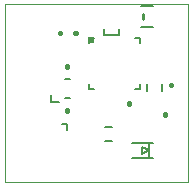
<source format=gto>
G75*
%MOIN*%
%OFA0B0*%
%FSLAX25Y25*%
%IPPOS*%
%LPD*%
%AMOC8*
5,1,8,0,0,1.08239X$1,22.5*
%
%ADD10C,0.00000*%
%ADD11C,0.00600*%
%ADD12R,0.01969X0.01969*%
%ADD13C,0.00500*%
%ADD14C,0.00787*%
%ADD15C,0.00800*%
%ADD16C,0.00984*%
%ADD17C,0.01600*%
D10*
X0034486Y0027830D02*
X0034486Y0086885D01*
X0095509Y0086885D01*
X0095509Y0027830D01*
X0034486Y0027830D01*
D11*
X0067950Y0041216D02*
X0070313Y0041216D01*
X0070313Y0045940D02*
X0067950Y0045940D01*
X0064400Y0058600D02*
X0062500Y0058600D01*
X0062500Y0060500D01*
X0077800Y0058600D02*
X0079700Y0058600D01*
X0079700Y0060500D01*
X0082124Y0060507D02*
X0082124Y0058145D01*
X0086848Y0058145D02*
X0086848Y0060507D01*
X0079700Y0073900D02*
X0079700Y0075800D01*
X0077800Y0075800D01*
X0064400Y0075800D02*
X0062500Y0075800D01*
X0062500Y0073900D01*
D12*
X0063423Y0074877D03*
D13*
X0056159Y0062082D02*
X0054545Y0062082D01*
X0054545Y0055783D02*
X0056159Y0055783D01*
X0080155Y0039444D02*
X0080155Y0037082D01*
X0082517Y0038263D01*
X0080155Y0039444D01*
D14*
X0055352Y0045153D02*
X0055352Y0047121D01*
X0053580Y0047121D01*
X0052596Y0054208D02*
X0049840Y0054208D01*
X0049840Y0056570D01*
X0067754Y0076649D02*
X0072478Y0076649D01*
X0072478Y0078617D01*
X0067754Y0078617D02*
X0067754Y0076649D01*
D15*
X0080124Y0079251D02*
X0084124Y0079251D01*
X0084124Y0086251D02*
X0080124Y0086251D01*
X0082517Y0040822D02*
X0077006Y0040822D01*
X0077006Y0035704D02*
X0082517Y0035704D01*
X0082517Y0038263D01*
X0082517Y0040822D01*
X0084092Y0040822D01*
X0084092Y0035704D02*
X0082517Y0035704D01*
D16*
X0080549Y0081964D02*
X0080549Y0083539D01*
D17*
X0058228Y0077436D02*
X0057988Y0077436D01*
X0053110Y0077436D02*
X0052870Y0077436D01*
X0055352Y0066336D02*
X0055352Y0066096D01*
X0055352Y0051572D02*
X0055352Y0051332D01*
X0075824Y0053694D02*
X0075824Y0053934D01*
X0088029Y0050391D02*
X0088029Y0050151D01*
X0089878Y0060113D02*
X0090118Y0060113D01*
M02*

</source>
